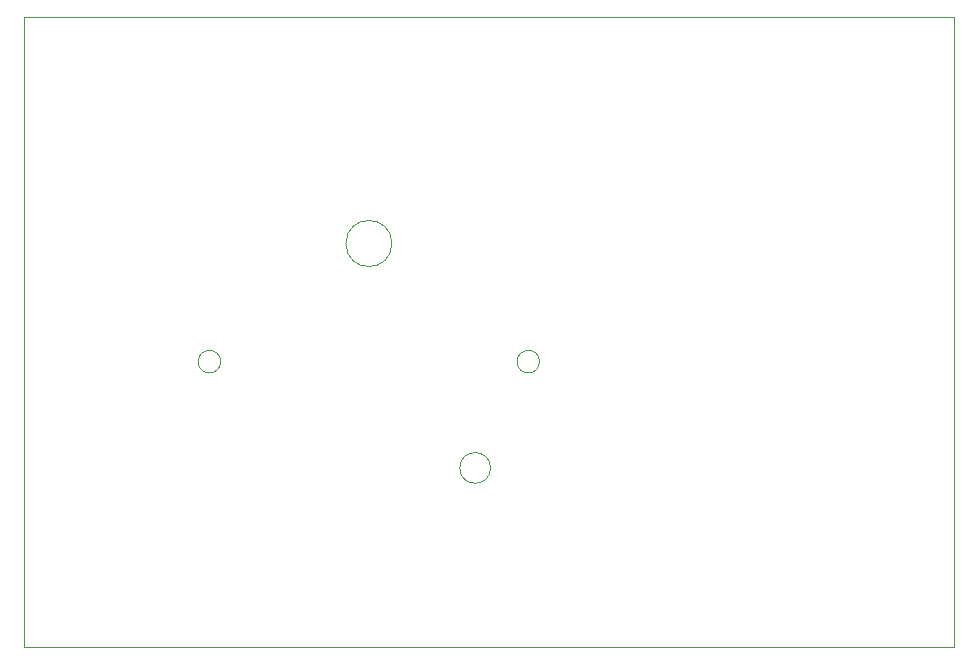
<source format=gbr>
%TF.GenerationSoftware,KiCad,Pcbnew,7.0.10*%
%TF.CreationDate,2024-02-04T14:41:23-08:00*%
%TF.ProjectId,514final,35313466-696e-4616-9c2e-6b696361645f,rev?*%
%TF.SameCoordinates,Original*%
%TF.FileFunction,Profile,NP*%
%FSLAX46Y46*%
G04 Gerber Fmt 4.6, Leading zero omitted, Abs format (unit mm)*
G04 Created by KiCad (PCBNEW 7.0.10) date 2024-02-04 14:41:23*
%MOMM*%
%LPD*%
G01*
G04 APERTURE LIST*
%TA.AperFunction,Profile*%
%ADD10C,0.100000*%
%TD*%
%TA.AperFunction,Profile*%
%ADD11C,0.050000*%
%TD*%
G04 APERTURE END LIST*
D10*
X176530000Y-92710000D02*
X255270000Y-92710000D01*
X255270000Y-146050000D01*
X176530000Y-146050000D01*
X176530000Y-92710000D01*
D11*
%TO.C,M1*%
X220190000Y-121920000D02*
G75*
G03*
X218290000Y-121920000I-950000J0D01*
G01*
X218290000Y-121920000D02*
G75*
G03*
X220190000Y-121920000I950000J0D01*
G01*
X216040000Y-130920000D02*
G75*
G03*
X213440000Y-130920000I-1300000J0D01*
G01*
X213440000Y-130920000D02*
G75*
G03*
X216040000Y-130920000I1300000J0D01*
G01*
X207690000Y-111920000D02*
G75*
G03*
X203790000Y-111920000I-1950000J0D01*
G01*
X203790000Y-111920000D02*
G75*
G03*
X207690000Y-111920000I1950000J0D01*
G01*
X193190000Y-121920000D02*
G75*
G03*
X191290000Y-121920000I-950000J0D01*
G01*
X191290000Y-121920000D02*
G75*
G03*
X193190000Y-121920000I950000J0D01*
G01*
%TD*%
M02*

</source>
